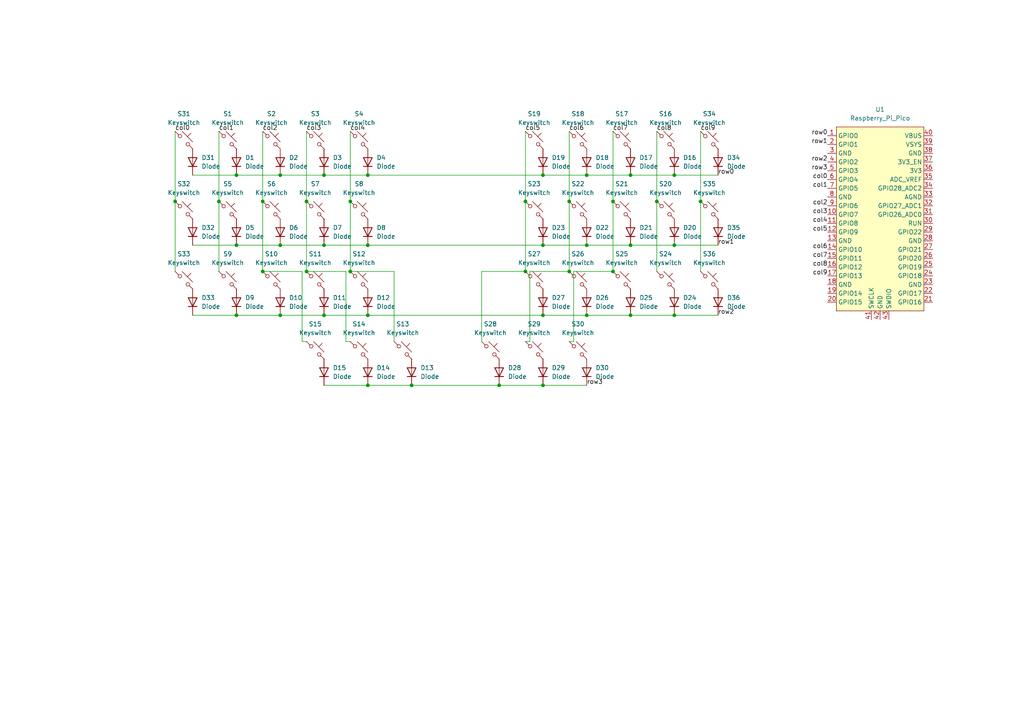
<source format=kicad_sch>
(kicad_sch (version 20231120) (generator "eeschema") (generator_version "8.0")
  (paper "A4")
  (lib_symbols
    (symbol "ScottoKeebs:MCU_Raspberry_Pi_Pico"
      (property "Reference" "U" (at 0 0 0))
      (property "Value" "Raspberry_Pi_Pico" (at 0 27.94 0))
      (symbol "MCU_Raspberry_Pi_Pico_0_1"
        (rectangle (start -12.7 26.67) (end 12.7 -26.67) (fill (type background)))
      )
      (symbol "MCU_Raspberry_Pi_Pico_1_1"
        (pin bidirectional line (at -15.24 24.13 0) (length 2.54) (name "GPIO0") (number "1"))
        (pin bidirectional line (at -15.24 1.27 0) (length 2.54) (name "GPIO7") (number "10"))
        (pin bidirectional line (at -15.24 -1.27 0) (length 2.54) (name "GPIO8") (number "11"))
        (pin bidirectional line (at -15.24 -3.81 0) (length 2.54) (name "GPIO9") (number "12"))
        (pin power_in line (at -15.24 -6.35 0) (length 2.54) (name "GND") (number "13"))
        (pin bidirectional line (at -15.24 -8.89 0) (length 2.54) (name "GPIO10") (number "14"))
        (pin bidirectional line (at -15.24 -11.43 0) (length 2.54) (name "GPIO11") (number "15"))
        (pin bidirectional line (at -15.24 -13.97 0) (length 2.54) (name "GPIO12") (number "16"))
        (pin bidirectional line (at -15.24 -16.51 0) (length 2.54) (name "GPIO13") (number "17"))
        (pin power_in line (at -15.24 -19.05 0) (length 2.54) (name "GND") (number "18"))
        (pin bidirectional line (at -15.24 -21.59 0) (length 2.54) (name "GPIO14") (number "19"))
        (pin bidirectional line (at -15.24 21.59 0) (length 2.54) (name "GPIO1") (number "2"))
        (pin bidirectional line (at -15.24 -24.13 0) (length 2.54) (name "GPIO15") (number "20"))
        (pin bidirectional line (at 15.24 -24.13 180) (length 2.54) (name "GPIO16") (number "21"))
        (pin bidirectional line (at 15.24 -21.59 180) (length 2.54) (name "GPIO17") (number "22"))
        (pin power_in line (at 15.24 -19.05 180) (length 2.54) (name "GND") (number "23"))
        (pin bidirectional line (at 15.24 -16.51 180) (length 2.54) (name "GPIO18") (number "24"))
        (pin bidirectional line (at 15.24 -13.97 180) (length 2.54) (name "GPIO19") (number "25"))
        (pin bidirectional line (at 15.24 -11.43 180) (length 2.54) (name "GPIO20") (number "26"))
        (pin bidirectional line (at 15.24 -8.89 180) (length 2.54) (name "GPIO21") (number "27"))
        (pin power_in line (at 15.24 -6.35 180) (length 2.54) (name "GND") (number "28"))
        (pin bidirectional line (at 15.24 -3.81 180) (length 2.54) (name "GPIO22") (number "29"))
        (pin power_in line (at -15.24 19.05 0) (length 2.54) (name "GND") (number "3"))
        (pin input line (at 15.24 -1.27 180) (length 2.54) (name "RUN") (number "30"))
        (pin bidirectional line (at 15.24 1.27 180) (length 2.54) (name "GPIO26_ADC0") (number "31"))
        (pin bidirectional line (at 15.24 3.81 180) (length 2.54) (name "GPIO27_ADC1") (number "32"))
        (pin power_in line (at 15.24 6.35 180) (length 2.54) (name "AGND") (number "33"))
        (pin bidirectional line (at 15.24 8.89 180) (length 2.54) (name "GPIO28_ADC2") (number "34"))
        (pin power_in line (at 15.24 11.43 180) (length 2.54) (name "ADC_VREF") (number "35"))
        (pin power_in line (at 15.24 13.97 180) (length 2.54) (name "3V3") (number "36"))
        (pin input line (at 15.24 16.51 180) (length 2.54) (name "3V3_EN") (number "37"))
        (pin bidirectional line (at 15.24 19.05 180) (length 2.54) (name "GND") (number "38"))
        (pin power_in line (at 15.24 21.59 180) (length 2.54) (name "VSYS") (number "39"))
        (pin bidirectional line (at -15.24 16.51 0) (length 2.54) (name "GPIO2") (number "4"))
        (pin power_in line (at 15.24 24.13 180) (length 2.54) (name "VBUS") (number "40"))
        (pin input line (at -2.54 -29.21 90) (length 2.54) (name "SWCLK") (number "41"))
        (pin power_in line (at 0 -29.21 90) (length 2.54) (name "GND") (number "42"))
        (pin bidirectional line (at 2.54 -29.21 90) (length 2.54) (name "SWDIO") (number "43"))
        (pin bidirectional line (at -15.24 13.97 0) (length 2.54) (name "GPIO3") (number "5"))
        (pin bidirectional line (at -15.24 11.43 0) (length 2.54) (name "GPIO4") (number "6"))
        (pin bidirectional line (at -15.24 8.89 0) (length 2.54) (name "GPIO5") (number "7"))
        (pin power_in line (at -15.24 6.35 0) (length 2.54) (name "GND") (number "8"))
        (pin bidirectional line (at -15.24 3.81 0) (length 2.54) (name "GPIO6") (number "9"))
      )
    )
    (symbol "ScottoKeebs:Placeholder_Diode" (pin_numbers hide) (pin_names hide)
      (property "Reference" "D" (at 0 2.54 0))
      (property "Value" "Diode" (at 0 -2.54 0))
      (symbol "Placeholder_Diode_0_1"
        (polyline (pts (xy -1.27 1.27) (xy -1.27 -1.27)) (stroke (width 0.254)))
        (polyline (pts (xy 1.27 0) (xy -1.27 0)))
        (polyline (pts (xy 1.27 1.27) (xy 1.27 -1.27) (xy -1.27 0) (xy 1.27 1.27)) (stroke (width 0.254)))
      )
      (symbol "Placeholder_Diode_1_1"
        (pin passive line (at -3.81 0 0) (length 2.54) (name "K") (number "1"))
        (pin passive line (at 3.81 0 180) (length 2.54) (name "A") (number "2"))
      )
    )
    (symbol "ScottoKeebs:Placeholder_Keyswitch" (pin_numbers hide) (pin_names (offset 1.016) hide)
      (property "Reference" "S" (at 3.048 1.016 0))
      (property "Value" "Keyswitch" (at 0 -3.81 0))
      (symbol "Placeholder_Keyswitch_0_1"
        (circle (center -1.1684 1.1684) (radius 0.508))
        (polyline (pts (xy -0.508 2.54) (xy 2.54 -0.508)))
        (polyline (pts (xy 1.016 1.016) (xy 2.032 2.032)))
        (polyline (pts (xy -2.54 2.54) (xy -1.524 1.524) (xy -1.524 1.524)))
        (polyline (pts (xy 1.524 -1.524) (xy 2.54 -2.54) (xy 2.54 -2.54) (xy 2.54 -2.54)))
        (circle (center 1.143 -1.1938) (radius 0.508))
        (pin passive line (at -2.54 2.54 0) (length 0) (name "1") (number "1"))
        (pin passive line (at 2.54 -2.54 180) (length 0) (name "2") (number "2"))
      )
    )
  )
  (junction (at 93.98 91.44))
  (junction (at 76.2 58.42))
  (junction (at 106.68 111.76))
  (junction (at 93.98 71.12))
  (junction (at 81.28 50.8))
  (junction (at 88.9 78.74))
  (junction (at 106.68 91.44))
  (junction (at 119.38 111.76))
  (junction (at 170.18 91.44))
  (junction (at 182.88 71.12))
  (junction (at 68.58 91.44))
  (junction (at 63.5 58.42))
  (junction (at 152.4 78.74))
  (junction (at 157.48 91.44))
  (junction (at 165.1 58.42))
  (junction (at 88.9 58.42))
  (junction (at 195.58 50.8))
  (junction (at 177.8 78.74))
  (junction (at 101.6 78.74))
  (junction (at 182.88 91.44))
  (junction (at 144.78 111.76))
  (junction (at 93.98 50.8))
  (junction (at 190.5 58.42))
  (junction (at 177.8 58.42))
  (junction (at 157.48 50.8))
  (junction (at 50.8 58.42))
  (junction (at 165.1 78.74))
  (junction (at 170.18 50.8))
  (junction (at 157.48 71.12))
  (junction (at 157.48 111.76))
  (junction (at 68.58 50.8))
  (junction (at 170.18 71.12))
  (junction (at 106.68 71.12))
  (junction (at 195.58 71.12))
  (junction (at 81.28 91.44))
  (junction (at 195.58 91.44))
  (junction (at 81.28 71.12))
  (junction (at 101.6 58.42))
  (junction (at 106.68 50.8))
  (junction (at 203.2 58.42))
  (junction (at 182.88 50.8))
  (junction (at 68.58 71.12))
  (junction (at 76.2 78.74))
  (junction (at 152.4 58.42))
  (wire (pts (xy 101.6 58.42) (xy 101.6 78.74)))
  (wire (pts (xy 55.88 71.12) (xy 68.58 71.12)))
  (wire (pts (xy 152.4 38.1) (xy 152.4 58.42)))
  (wire (pts (xy 165.1 99.06) (xy 166.37 99.06)))
  (wire (pts (xy 203.2 58.42) (xy 203.2 78.74)))
  (wire (pts (xy 182.88 50.8) (xy 195.58 50.8)))
  (wire (pts (xy 68.58 71.12) (xy 81.28 71.12)))
  (wire (pts (xy 190.5 58.42) (xy 190.5 78.74)))
  (wire (pts (xy 177.8 38.1) (xy 177.8 58.42)))
  (wire (pts (xy 182.88 91.44) (xy 195.58 91.44)))
  (wire (pts (xy 195.58 91.44) (xy 208.28 91.44)))
  (wire (pts (xy 93.98 50.8) (xy 106.68 50.8)))
  (wire (pts (xy 195.58 71.12) (xy 208.28 71.12)))
  (wire (pts (xy 76.2 38.1) (xy 76.2 58.42)))
  (wire (pts (xy 88.9 58.42) (xy 88.9 78.74)))
  (wire (pts (xy 119.38 111.76) (xy 144.78 111.76)))
  (wire (pts (xy 139.7 78.74) (xy 139.7 99.06)))
  (wire (pts (xy 153.67 78.74) (xy 153.67 99.06)))
  (wire (pts (xy 93.98 91.44) (xy 106.68 91.44)))
  (wire (pts (xy 157.48 50.8) (xy 170.18 50.8)))
  (wire (pts (xy 152.4 58.42) (xy 152.4 78.74)))
  (wire (pts (xy 81.28 50.8) (xy 93.98 50.8)))
  (wire (pts (xy 81.28 71.12) (xy 93.98 71.12)))
  (wire (pts (xy 106.68 111.76) (xy 119.38 111.76)))
  (wire (pts (xy 165.1 38.1) (xy 165.1 58.42)))
  (wire (pts (xy 50.8 58.42) (xy 50.8 78.74)))
  (wire (pts (xy 165.1 58.42) (xy 165.1 78.74)))
  (wire (pts (xy 170.18 91.44) (xy 182.88 91.44)))
  (wire (pts (xy 100.33 78.74) (xy 100.33 99.06)))
  (wire (pts (xy 195.58 50.8) (xy 208.28 50.8)))
  (wire (pts (xy 55.88 50.8) (xy 68.58 50.8)))
  (wire (pts (xy 88.9 78.74) (xy 100.33 78.74)))
  (wire (pts (xy 81.28 91.44) (xy 93.98 91.44)))
  (wire (pts (xy 106.68 50.8) (xy 157.48 50.8)))
  (wire (pts (xy 177.8 78.74) (xy 166.37 78.74)))
  (wire (pts (xy 203.2 38.1) (xy 203.2 58.42)))
  (wire (pts (xy 106.68 71.12) (xy 157.48 71.12)))
  (wire (pts (xy 93.98 111.76) (xy 106.68 111.76)))
  (wire (pts (xy 87.63 78.74) (xy 87.63 99.06)))
  (wire (pts (xy 55.88 91.44) (xy 68.58 91.44)))
  (wire (pts (xy 170.18 50.8) (xy 182.88 50.8)))
  (wire (pts (xy 166.37 78.74) (xy 166.37 99.06)))
  (wire (pts (xy 50.8 38.1) (xy 50.8 58.42)))
  (wire (pts (xy 144.78 111.76) (xy 157.48 111.76)))
  (wire (pts (xy 63.5 38.1) (xy 63.5 58.42)))
  (wire (pts (xy 182.88 71.12) (xy 195.58 71.12)))
  (wire (pts (xy 101.6 78.74) (xy 114.3 78.74)))
  (wire (pts (xy 114.3 78.74) (xy 114.3 99.06)))
  (wire (pts (xy 100.33 99.06) (xy 101.6 99.06)))
  (wire (pts (xy 106.68 91.44) (xy 157.48 91.44)))
  (wire (pts (xy 153.67 99.06) (xy 152.4 99.06)))
  (wire (pts (xy 170.18 71.12) (xy 182.88 71.12)))
  (wire (pts (xy 157.48 71.12) (xy 170.18 71.12)))
  (wire (pts (xy 152.4 78.74) (xy 139.7 78.74)))
  (wire (pts (xy 190.5 38.1) (xy 190.5 58.42)))
  (wire (pts (xy 76.2 58.42) (xy 76.2 78.74)))
  (wire (pts (xy 87.63 99.06) (xy 88.9 99.06)))
  (wire (pts (xy 68.58 91.44) (xy 81.28 91.44)))
  (wire (pts (xy 93.98 71.12) (xy 106.68 71.12)))
  (wire (pts (xy 76.2 78.74) (xy 87.63 78.74)))
  (wire (pts (xy 88.9 38.1) (xy 88.9 58.42)))
  (wire (pts (xy 177.8 58.42) (xy 177.8 78.74)))
  (wire (pts (xy 157.48 111.76) (xy 170.18 111.76)))
  (wire (pts (xy 63.5 58.42) (xy 63.5 78.74)))
  (wire (pts (xy 165.1 78.74) (xy 153.67 78.74)))
  (wire (pts (xy 101.6 38.1) (xy 101.6 58.42)))
  (wire (pts (xy 68.58 50.8) (xy 81.28 50.8)))
  (wire (pts (xy 157.48 91.44) (xy 170.18 91.44)))
  (label "col5" (at 152.4 38.1 0))
  (label "col7" (at 177.8 38.1 0))
  (label "col0" (at 240.03 52.07 180))
  (label "col5" (at 240.03 67.31 180))
  (label "col3" (at 88.9 38.1 0))
  (label "col8" (at 240.03 77.47 180))
  (label "row0" (at 208.28 50.8 0))
  (label "col0" (at 50.8 38.1 0))
  (label "row2" (at 208.28 91.44 0))
  (label "row1" (at 240.03 41.91 180))
  (label "col9" (at 240.03 80.01 180))
  (label "row2" (at 240.03 46.99 180))
  (label "col7" (at 240.03 74.93 180))
  (label "row1" (at 208.28 71.12 0))
  (label "row3" (at 240.03 49.53 180))
  (label "col1" (at 240.03 54.61 180))
  (label "col3" (at 240.03 62.23 180))
  (label "col6" (at 165.1 38.1 0))
  (label "col4" (at 101.6 38.1 0))
  (label "col6" (at 240.03 72.39 180))
  (label "row0" (at 240.03 39.37 180))
  (label "col1" (at 63.5 38.1 0))
  (label "col8" (at 190.5 38.1 0))
  (label "col4" (at 240.03 64.77 180))
  (label "row3" (at 170.18 111.76 0))
  (label "col2" (at 76.2 38.1 0))
  (label "col2" (at 240.03 59.69 180))
  (label "col9" (at 203.2 38.1 0))
  (symbol (lib_id "ScottoKeebs:Placeholder_Keyswitch") (at 142.24 101.6 0) (unit 1)
    (property "Reference" "S28" (at 142.24 93.98 0))
    (property "Value" "Keyswitch" (at 142.24 96.52 0))
    (property "Footprint" "ScottoKeebs_MX:MX_PCB_1.00u" (effects (hide yes)))
    (property "Description" "Push button switch, normally open, two pins, 45° tilted" (effects (hide yes)))
  )
  (symbol (lib_id "ScottoKeebs:Placeholder_Keyswitch") (at 104.14 40.64 0) (unit 1)
    (property "Reference" "S4" (at 104.14 33.02 0))
    (property "Value" "Keyswitch" (at 104.14 35.56 0))
    (property "Footprint" "ScottoKeebs_MX:MX_PCB_1.00u" (effects (hide yes)))
    (property "Description" "Push button switch, normally open, two pins, 45° tilted" (effects (hide yes)))
  )
  (symbol (lib_id "ScottoKeebs:Placeholder_Keyswitch") (at 91.44 40.64 0) (unit 1)
    (property "Reference" "S3" (at 91.44 33.02 0))
    (property "Value" "Keyswitch" (at 91.44 35.56 0))
    (property "Footprint" "ScottoKeebs_MX:MX_PCB_1.00u" (effects (hide yes)))
    (property "Description" "Push button switch, normally open, two pins, 45° tilted" (effects (hide yes)))
  )
  (symbol (lib_id "ScottoKeebs:Placeholder_Keyswitch") (at 91.44 81.28 0) (unit 1)
    (property "Reference" "S11" (at 91.44 73.66 0))
    (property "Value" "Keyswitch" (at 91.44 76.2 0))
    (property "Footprint" "ScottoKeebs_MX:MX_PCB_1.00u" (effects (hide yes)))
    (property "Description" "Push button switch, normally open, two pins, 45° tilted" (effects (hide yes)))
  )
  (symbol (lib_id "ScottoKeebs:Placeholder_Keyswitch") (at 167.64 101.6 0) (unit 1)
    (property "Reference" "S30" (at 167.64 93.98 0))
    (property "Value" "Keyswitch" (at 167.64 96.52 0))
    (property "Footprint" "ScottoKeebs_MX:MX_PCB_1.00u" (effects (hide yes)))
    (property "Description" "Push button switch, normally open, two pins, 45° tilted" (effects (hide yes)))
  )
  (symbol (lib_id "ScottoKeebs:Placeholder_Diode") (at 106.68 107.95 90) (unit 1)
    (property "Reference" "D14" (at 109.22 106.6799 90) (effects (justify right)))
    (property "Value" "Diode" (at 109.22 109.2199 90) (effects (justify right)))
    (property "Footprint" "ScottoKeebs_Components:Diode_DO-35" (effects (hide yes)))
    (property "Description" "1N4148 (DO-35) or 1N4148W (SOD-123)" (effects (hide yes)))
    (property "Sim.Device" "D" (effects (hide yes)))
    (property "Sim.Pins" "1=K 2=A" (effects (hide yes)))
  )
  (symbol (lib_id "ScottoKeebs:Placeholder_Diode") (at 106.68 46.99 90) (unit 1)
    (property "Reference" "D4" (at 109.22 45.7199 90) (effects (justify right)))
    (property "Value" "Diode" (at 109.22 48.2599 90) (effects (justify right)))
    (property "Footprint" "ScottoKeebs_Components:Diode_DO-35" (effects (hide yes)))
    (property "Description" "1N4148 (DO-35) or 1N4148W (SOD-123)" (effects (hide yes)))
    (property "Sim.Device" "D" (effects (hide yes)))
    (property "Sim.Pins" "1=K 2=A" (effects (hide yes)))
  )
  (symbol (lib_id "ScottoKeebs:Placeholder_Diode") (at 68.58 87.63 90) (unit 1)
    (property "Reference" "D9" (at 71.12 86.3599 90) (effects (justify right)))
    (property "Value" "Diode" (at 71.12 88.8999 90) (effects (justify right)))
    (property "Footprint" "ScottoKeebs_Components:Diode_DO-35" (effects (hide yes)))
    (property "Description" "1N4148 (DO-35) or 1N4148W (SOD-123)" (effects (hide yes)))
    (property "Sim.Device" "D" (effects (hide yes)))
    (property "Sim.Pins" "1=K 2=A" (effects (hide yes)))
  )
  (symbol (lib_id "ScottoKeebs:Placeholder_Keyswitch") (at 91.44 60.96 0) (unit 1)
    (property "Reference" "S7" (at 91.44 53.34 0))
    (property "Value" "Keyswitch" (at 91.44 55.88 0))
    (property "Footprint" "ScottoKeebs_MX:MX_PCB_1.00u" (effects (hide yes)))
    (property "Description" "Push button switch, normally open, two pins, 45° tilted" (effects (hide yes)))
  )
  (symbol (lib_id "ScottoKeebs:Placeholder_Diode") (at 157.48 87.63 90) (unit 1)
    (property "Reference" "D27" (at 160.02 86.3599 90) (effects (justify right)))
    (property "Value" "Diode" (at 160.02 88.8999 90) (effects (justify right)))
    (property "Footprint" "ScottoKeebs_Components:Diode_DO-35" (effects (hide yes)))
    (property "Description" "1N4148 (DO-35) or 1N4148W (SOD-123)" (effects (hide yes)))
    (property "Sim.Device" "D" (effects (hide yes)))
    (property "Sim.Pins" "1=K 2=A" (effects (hide yes)))
  )
  (symbol (lib_id "ScottoKeebs:Placeholder_Keyswitch") (at 193.04 60.96 0) (unit 1)
    (property "Reference" "S20" (at 193.04 53.34 0))
    (property "Value" "Keyswitch" (at 193.04 55.88 0))
    (property "Footprint" "ScottoKeebs_MX:MX_PCB_1.00u" (effects (hide yes)))
    (property "Description" "Push button switch, normally open, two pins, 45° tilted" (effects (hide yes)))
  )
  (symbol (lib_id "ScottoKeebs:Placeholder_Keyswitch") (at 180.34 60.96 0) (unit 1)
    (property "Reference" "S21" (at 180.34 53.34 0))
    (property "Value" "Keyswitch" (at 180.34 55.88 0))
    (property "Footprint" "ScottoKeebs_MX:MX_PCB_1.00u" (effects (hide yes)))
    (property "Description" "Push button switch, normally open, two pins, 45° tilted" (effects (hide yes)))
  )
  (symbol (lib_id "ScottoKeebs:Placeholder_Diode") (at 68.58 46.99 90) (unit 1)
    (property "Reference" "D1" (at 71.12 45.7199 90) (effects (justify right)))
    (property "Value" "Diode" (at 71.12 48.2599 90) (effects (justify right)))
    (property "Footprint" "ScottoKeebs_Components:Diode_DO-35" (effects (hide yes)))
    (property "Description" "1N4148 (DO-35) or 1N4148W (SOD-123)" (effects (hide yes)))
    (property "Sim.Device" "D" (effects (hide yes)))
    (property "Sim.Pins" "1=K 2=A" (effects (hide yes)))
  )
  (symbol (lib_id "ScottoKeebs:Placeholder_Diode") (at 182.88 87.63 90) (unit 1)
    (property "Reference" "D25" (at 185.42 86.3599 90) (effects (justify right)))
    (property "Value" "Diode" (at 185.42 88.8999 90) (effects (justify right)))
    (property "Footprint" "ScottoKeebs_Components:Diode_DO-35" (effects (hide yes)))
    (property "Description" "1N4148 (DO-35) or 1N4148W (SOD-123)" (effects (hide yes)))
    (property "Sim.Device" "D" (effects (hide yes)))
    (property "Sim.Pins" "1=K 2=A" (effects (hide yes)))
  )
  (symbol (lib_id "ScottoKeebs:Placeholder_Diode") (at 170.18 87.63 90) (unit 1)
    (property "Reference" "D26" (at 172.72 86.3599 90) (effects (justify right)))
    (property "Value" "Diode" (at 172.72 88.8999 90) (effects (justify right)))
    (property "Footprint" "ScottoKeebs_Components:Diode_DO-35" (effects (hide yes)))
    (property "Description" "1N4148 (DO-35) or 1N4148W (SOD-123)" (effects (hide yes)))
    (property "Sim.Device" "D" (effects (hide yes)))
    (property "Sim.Pins" "1=K 2=A" (effects (hide yes)))
  )
  (symbol (lib_id "ScottoKeebs:Placeholder_Keyswitch") (at 180.34 81.28 0) (unit 1)
    (property "Reference" "S25" (at 180.34 73.66 0))
    (property "Value" "Keyswitch" (at 180.34 76.2 0))
    (property "Footprint" "ScottoKeebs_MX:MX_PCB_1.00u" (effects (hide yes)))
    (property "Description" "Push button switch, normally open, two pins, 45° tilted" (effects (hide yes)))
  )
  (symbol (lib_id "ScottoKeebs:Placeholder_Diode") (at 68.58 67.31 90) (unit 1)
    (property "Reference" "D5" (at 71.12 66.0399 90) (effects (justify right)))
    (property "Value" "Diode" (at 71.12 68.5799 90) (effects (justify right)))
    (property "Footprint" "ScottoKeebs_Components:Diode_DO-35" (effects (hide yes)))
    (property "Description" "1N4148 (DO-35) or 1N4148W (SOD-123)" (effects (hide yes)))
    (property "Sim.Device" "D" (effects (hide yes)))
    (property "Sim.Pins" "1=K 2=A" (effects (hide yes)))
  )
  (symbol (lib_id "ScottoKeebs:Placeholder_Keyswitch") (at 53.34 81.28 0) (unit 1)
    (property "Reference" "S33" (at 53.34 73.66 0))
    (property "Value" "Keyswitch" (at 53.34 76.2 0))
    (property "Footprint" "ScottoKeebs_MX:MX_PCB_1.00u" (effects (hide yes)))
    (property "Description" "Push button switch, normally open, two pins, 45° tilted" (effects (hide yes)))
  )
  (symbol (lib_id "ScottoKeebs:Placeholder_Keyswitch") (at 66.04 40.64 0) (unit 1)
    (property "Reference" "S1" (at 66.04 33.02 0))
    (property "Value" "Keyswitch" (at 66.04 35.56 0))
    (property "Footprint" "ScottoKeebs_MX:MX_PCB_1.00u" (effects (hide yes)))
    (property "Description" "Push button switch, normally open, two pins, 45° tilted" (effects (hide yes)))
  )
  (symbol (lib_id "ScottoKeebs:Placeholder_Diode") (at 208.28 67.31 90) (unit 1)
    (property "Reference" "D35" (at 210.82 66.0399 90) (effects (justify right)))
    (property "Value" "Diode" (at 210.82 68.5799 90) (effects (justify right)))
    (property "Footprint" "ScottoKeebs_Components:Diode_DO-35" (effects (hide yes)))
    (property "Description" "1N4148 (DO-35) or 1N4148W (SOD-123)" (effects (hide yes)))
    (property "Sim.Device" "D" (effects (hide yes)))
    (property "Sim.Pins" "1=K 2=A" (effects (hide yes)))
  )
  (symbol (lib_id "ScottoKeebs:Placeholder_Keyswitch") (at 193.04 40.64 0) (unit 1)
    (property "Reference" "S16" (at 193.04 33.02 0))
    (property "Value" "Keyswitch" (at 193.04 35.56 0))
    (property "Footprint" "ScottoKeebs_MX:MX_PCB_1.00u" (effects (hide yes)))
    (property "Description" "Push button switch, normally open, two pins, 45° tilted" (effects (hide yes)))
  )
  (symbol (lib_id "ScottoKeebs:Placeholder_Keyswitch") (at 78.74 81.28 0) (unit 1)
    (property "Reference" "S10" (at 78.74 73.66 0))
    (property "Value" "Keyswitch" (at 78.74 76.2 0))
    (property "Footprint" "ScottoKeebs_MX:MX_PCB_1.00u" (effects (hide yes)))
    (property "Description" "Push button switch, normally open, two pins, 45° tilted" (effects (hide yes)))
  )
  (symbol (lib_id "ScottoKeebs:Placeholder_Keyswitch") (at 104.14 81.28 0) (unit 1)
    (property "Reference" "S12" (at 104.14 73.66 0))
    (property "Value" "Keyswitch" (at 104.14 76.2 0))
    (property "Footprint" "ScottoKeebs_MX:MX_PCB_1.00u" (effects (hide yes)))
    (property "Description" "Push button switch, normally open, two pins, 45° tilted" (effects (hide yes)))
  )
  (symbol (lib_id "ScottoKeebs:Placeholder_Keyswitch") (at 154.94 101.6 0) (unit 1)
    (property "Reference" "S29" (at 154.94 93.98 0))
    (property "Value" "Keyswitch" (at 154.94 96.52 0))
    (property "Footprint" "ScottoKeebs_MX:MX_PCB_1.00u" (effects (hide yes)))
    (property "Description" "Push button switch, normally open, two pins, 45° tilted" (effects (hide yes)))
  )
  (symbol (lib_id "ScottoKeebs:Placeholder_Diode") (at 106.68 67.31 90) (unit 1)
    (property "Reference" "D8" (at 109.22 66.0399 90) (effects (justify right)))
    (property "Value" "Diode" (at 109.22 68.5799 90) (effects (justify right)))
    (property "Footprint" "ScottoKeebs_Components:Diode_DO-35" (effects (hide yes)))
    (property "Description" "1N4148 (DO-35) or 1N4148W (SOD-123)" (effects (hide yes)))
    (property "Sim.Device" "D" (effects (hide yes)))
    (property "Sim.Pins" "1=K 2=A" (effects (hide yes)))
  )
  (symbol (lib_id "ScottoKeebs:Placeholder_Diode") (at 170.18 46.99 90) (unit 1)
    (property "Reference" "D18" (at 172.72 45.7199 90) (effects (justify right)))
    (property "Value" "Diode" (at 172.72 48.2599 90) (effects (justify right)))
    (property "Footprint" "ScottoKeebs_Components:Diode_DO-35" (effects (hide yes)))
    (property "Description" "1N4148 (DO-35) or 1N4148W (SOD-123)" (effects (hide yes)))
    (property "Sim.Device" "D" (effects (hide yes)))
    (property "Sim.Pins" "1=K 2=A" (effects (hide yes)))
  )
  (symbol (lib_id "ScottoKeebs:Placeholder_Diode") (at 106.68 87.63 90) (unit 1)
    (property "Reference" "D12" (at 109.22 86.3599 90) (effects (justify right)))
    (property "Value" "Diode" (at 109.22 88.8999 90) (effects (justify right)))
    (property "Footprint" "ScottoKeebs_Components:Diode_DO-35" (effects (hide yes)))
    (property "Description" "1N4148 (DO-35) or 1N4148W (SOD-123)" (effects (hide yes)))
    (property "Sim.Device" "D" (effects (hide yes)))
    (property "Sim.Pins" "1=K 2=A" (effects (hide yes)))
  )
  (symbol (lib_id "ScottoKeebs:Placeholder_Diode") (at 81.28 46.99 90) (unit 1)
    (property "Reference" "D2" (at 83.82 45.7199 90) (effects (justify right)))
    (property "Value" "Diode" (at 83.82 48.2599 90) (effects (justify right)))
    (property "Footprint" "ScottoKeebs_Components:Diode_DO-35" (effects (hide yes)))
    (property "Description" "1N4148 (DO-35) or 1N4148W (SOD-123)" (effects (hide yes)))
    (property "Sim.Device" "D" (effects (hide yes)))
    (property "Sim.Pins" "1=K 2=A" (effects (hide yes)))
  )
  (symbol (lib_id "ScottoKeebs:Placeholder_Keyswitch") (at 78.74 60.96 0) (unit 1)
    (property "Reference" "S6" (at 78.74 53.34 0))
    (property "Value" "Keyswitch" (at 78.74 55.88 0))
    (property "Footprint" "ScottoKeebs_MX:MX_PCB_1.00u" (effects (hide yes)))
    (property "Description" "Push button switch, normally open, two pins, 45° tilted" (effects (hide yes)))
  )
  (symbol (lib_id "ScottoKeebs:Placeholder_Diode") (at 170.18 67.31 90) (unit 1)
    (property "Reference" "D22" (at 172.72 66.0399 90) (effects (justify right)))
    (property "Value" "Diode" (at 172.72 68.5799 90) (effects (justify right)))
    (property "Footprint" "ScottoKeebs_Components:Diode_DO-35" (effects (hide yes)))
    (property "Description" "1N4148 (DO-35) or 1N4148W (SOD-123)" (effects (hide yes)))
    (property "Sim.Device" "D" (effects (hide yes)))
    (property "Sim.Pins" "1=K 2=A" (effects (hide yes)))
  )
  (symbol (lib_id "ScottoKeebs:Placeholder_Diode") (at 93.98 67.31 90) (unit 1)
    (property "Reference" "D7" (at 96.52 66.0399 90) (effects (justify right)))
    (property "Value" "Diode" (at 96.52 68.5799 90) (effects (justify right)))
    (property "Footprint" "ScottoKeebs_Components:Diode_DO-35" (effects (hide yes)))
    (property "Description" "1N4148 (DO-35) or 1N4148W (SOD-123)" (effects (hide yes)))
    (property "Sim.Device" "D" (effects (hide yes)))
    (property "Sim.Pins" "1=K 2=A" (effects (hide yes)))
  )
  (symbol (lib_id "ScottoKeebs:Placeholder_Keyswitch") (at 154.94 60.96 0) (unit 1)
    (property "Reference" "S23" (at 154.94 53.34 0))
    (property "Value" "Keyswitch" (at 154.94 55.88 0))
    (property "Footprint" "ScottoKeebs_MX:MX_PCB_1.00u" (effects (hide yes)))
    (property "Description" "Push button switch, normally open, two pins, 45° tilted" (effects (hide yes)))
  )
  (symbol (lib_id "ScottoKeebs:Placeholder_Diode") (at 93.98 87.63 90) (unit 1)
    (property "Reference" "D11" (at 96.52 86.3599 90) (effects (justify right)))
    (property "Value" "Diode" (at 96.52 88.8999 90) (effects (justify right)))
    (property "Footprint" "ScottoKeebs_Components:Diode_DO-35" (effects (hide yes)))
    (property "Description" "1N4148 (DO-35) or 1N4148W (SOD-123)" (effects (hide yes)))
    (property "Sim.Device" "D" (effects (hide yes)))
    (property "Sim.Pins" "1=K 2=A" (effects (hide yes)))
  )
  (symbol (lib_id "ScottoKeebs:Placeholder_Diode") (at 208.28 87.63 90) (unit 1)
    (property "Reference" "D36" (at 210.82 86.3599 90) (effects (justify right)))
    (property "Value" "Diode" (at 210.82 88.8999 90) (effects (justify right)))
    (property "Footprint" "ScottoKeebs_Components:Diode_DO-35" (effects (hide yes)))
    (property "Description" "1N4148 (DO-35) or 1N4148W (SOD-123)" (effects (hide yes)))
    (property "Sim.Device" "D" (effects (hide yes)))
    (property "Sim.Pins" "1=K 2=A" (effects (hide yes)))
  )
  (symbol (lib_id "ScottoKeebs:Placeholder_Keyswitch") (at 167.64 81.28 0) (unit 1)
    (property "Reference" "S26" (at 167.64 73.66 0))
    (property "Value" "Keyswitch" (at 167.64 76.2 0))
    (property "Footprint" "ScottoKeebs_MX:MX_PCB_1.00u" (effects (hide yes)))
    (property "Description" "Push button switch, normally open, two pins, 45° tilted" (effects (hide yes)))
  )
  (symbol (lib_id "ScottoKeebs:Placeholder_Keyswitch") (at 116.84 101.6 0) (unit 1)
    (property "Reference" "S13" (at 116.84 93.98 0))
    (property "Value" "Keyswitch" (at 116.84 96.52 0))
    (property "Footprint" "ScottoKeebs_MX:MX_PCB_1.00u" (effects (hide yes)))
    (property "Description" "Push button switch, normally open, two pins, 45° tilted" (effects (hide yes)))
  )
  (symbol (lib_id "ScottoKeebs:Placeholder_Keyswitch") (at 53.34 40.64 0) (unit 1)
    (property "Reference" "S31" (at 53.34 33.02 0))
    (property "Value" "Keyswitch" (at 53.34 35.56 0))
    (property "Footprint" "ScottoKeebs_MX:MX_PCB_1.00u" (effects (hide yes)))
    (property "Description" "Push button switch, normally open, two pins, 45° tilted" (effects (hide yes)))
  )
  (symbol (lib_id "ScottoKeebs:Placeholder_Keyswitch") (at 78.74 40.64 0) (unit 1)
    (property "Reference" "S2" (at 78.74 33.02 0))
    (property "Value" "Keyswitch" (at 78.74 35.56 0))
    (property "Footprint" "ScottoKeebs_MX:MX_PCB_1.00u" (effects (hide yes)))
    (property "Description" "Push button switch, normally open, two pins, 45° tilted" (effects (hide yes)))
  )
  (symbol (lib_id "ScottoKeebs:Placeholder_Keyswitch") (at 205.74 60.96 0) (unit 1)
    (property "Reference" "S35" (at 205.74 53.34 0))
    (property "Value" "Keyswitch" (at 205.74 55.88 0))
    (property "Footprint" "ScottoKeebs_MX:MX_PCB_1.00u" (effects (hide yes)))
    (property "Description" "Push button switch, normally open, two pins, 45° tilted" (effects (hide yes)))
  )
  (symbol (lib_id "ScottoKeebs:Placeholder_Diode") (at 195.58 67.31 90) (unit 1)
    (property "Reference" "D20" (at 198.12 66.0399 90) (effects (justify right)))
    (property "Value" "Diode" (at 198.12 68.5799 90) (effects (justify right)))
    (property "Footprint" "ScottoKeebs_Components:Diode_DO-35" (effects (hide yes)))
    (property "Description" "1N4148 (DO-35) or 1N4148W (SOD-123)" (effects (hide yes)))
    (property "Sim.Device" "D" (effects (hide yes)))
    (property "Sim.Pins" "1=K 2=A" (effects (hide yes)))
  )
  (symbol (lib_id "ScottoKeebs:Placeholder_Diode") (at 195.58 46.99 90) (unit 1)
    (property "Reference" "D16" (at 198.12 45.7199 90) (effects (justify right)))
    (property "Value" "Diode" (at 198.12 48.2599 90) (effects (justify right)))
    (property "Footprint" "ScottoKeebs_Components:Diode_DO-35" (effects (hide yes)))
    (property "Description" "1N4148 (DO-35) or 1N4148W (SOD-123)" (effects (hide yes)))
    (property "Sim.Device" "D" (effects (hide yes)))
    (property "Sim.Pins" "1=K 2=A" (effects (hide yes)))
  )
  (symbol (lib_id "ScottoKeebs:Placeholder_Diode") (at 119.38 107.95 90) (unit 1)
    (property "Reference" "D13" (at 121.92 106.6799 90) (effects (justify right)))
    (property "Value" "Diode" (at 121.92 109.2199 90) (effects (justify right)))
    (property "Footprint" "ScottoKeebs_Components:Diode_DO-35" (effects (hide yes)))
    (property "Description" "1N4148 (DO-35) or 1N4148W (SOD-123)" (effects (hide yes)))
    (property "Sim.Device" "D" (effects (hide yes)))
    (property "Sim.Pins" "1=K 2=A" (effects (hide yes)))
  )
  (symbol (lib_id "ScottoKeebs:MCU_Raspberry_Pi_Pico") (at 255.27 63.5 0) (unit 1)
    (property "Reference" "U1" (at 255.27 31.75 0))
    (property "Value" "Raspberry_Pi_Pico" (at 255.27 34.29 0))
    (property "Footprint" "ScottoKeebs_MCU:Raspberry_Pi_Pico" (effects (hide yes)))
  )
  (symbol (lib_id "ScottoKeebs:Placeholder_Keyswitch") (at 154.94 40.64 0) (unit 1)
    (property "Reference" "S19" (at 154.94 33.02 0))
    (property "Value" "Keyswitch" (at 154.94 35.56 0))
    (property "Footprint" "ScottoKeebs_MX:MX_PCB_1.00u" (effects (hide yes)))
    (property "Description" "Push button switch, normally open, two pins, 45° tilted" (effects (hide yes)))
  )
  (symbol (lib_id "ScottoKeebs:Placeholder_Diode") (at 55.88 46.99 90) (unit 1)
    (property "Reference" "D31" (at 58.42 45.7199 90) (effects (justify right)))
    (property "Value" "Diode" (at 58.42 48.2599 90) (effects (justify right)))
    (property "Footprint" "ScottoKeebs_Components:Diode_DO-35" (effects (hide yes)))
    (property "Description" "1N4148 (DO-35) or 1N4148W (SOD-123)" (effects (hide yes)))
    (property "Sim.Device" "D" (effects (hide yes)))
    (property "Sim.Pins" "1=K 2=A" (effects (hide yes)))
  )
  (symbol (lib_id "ScottoKeebs:Placeholder_Keyswitch") (at 205.74 81.28 0) (unit 1)
    (property "Reference" "S36" (at 205.74 73.66 0))
    (property "Value" "Keyswitch" (at 205.74 76.2 0))
    (property "Footprint" "ScottoKeebs_MX:MX_PCB_1.00u" (effects (hide yes)))
    (property "Description" "Push button switch, normally open, two pins, 45° tilted" (effects (hide yes)))
  )
  (symbol (lib_id "ScottoKeebs:Placeholder_Keyswitch") (at 154.94 81.28 0) (unit 1)
    (property "Reference" "S27" (at 154.94 73.66 0))
    (property "Value" "Keyswitch" (at 154.94 76.2 0))
    (property "Footprint" "ScottoKeebs_MX:MX_PCB_1.00u" (effects (hide yes)))
    (property "Description" "Push button switch, normally open, two pins, 45° tilted" (effects (hide yes)))
  )
  (symbol (lib_id "ScottoKeebs:Placeholder_Diode") (at 93.98 46.99 90) (unit 1)
    (property "Reference" "D3" (at 96.52 45.7199 90) (effects (justify right)))
    (property "Value" "Diode" (at 96.52 48.2599 90) (effects (justify right)))
    (property "Footprint" "ScottoKeebs_Components:Diode_DO-35" (effects (hide yes)))
    (property "Description" "1N4148 (DO-35) or 1N4148W (SOD-123)" (effects (hide yes)))
    (property "Sim.Device" "D" (effects (hide yes)))
    (property "Sim.Pins" "1=K 2=A" (effects (hide yes)))
  )
  (symbol (lib_id "ScottoKeebs:Placeholder_Keyswitch") (at 104.14 60.96 0) (unit 1)
    (property "Reference" "S8" (at 104.14 53.34 0))
    (property "Value" "Keyswitch" (at 104.14 55.88 0))
    (property "Footprint" "ScottoKeebs_MX:MX_PCB_1.00u" (effects (hide yes)))
    (property "Description" "Push button switch, normally open, two pins, 45° tilted" (effects (hide yes)))
  )
  (symbol (lib_id "ScottoKeebs:Placeholder_Diode") (at 144.78 107.95 90) (unit 1)
    (property "Reference" "D28" (at 147.32 106.6799 90) (effects (justify right)))
    (property "Value" "Diode" (at 147.32 109.2199 90) (effects (justify right)))
    (property "Footprint" "ScottoKeebs_Components:Diode_DO-35" (effects (hide yes)))
    (property "Description" "1N4148 (DO-35) or 1N4148W (SOD-123)" (effects (hide yes)))
    (property "Sim.Device" "D" (effects (hide yes)))
    (property "Sim.Pins" "1=K 2=A" (effects (hide yes)))
  )
  (symbol (lib_id "ScottoKeebs:Placeholder_Diode") (at 157.48 46.99 90) (unit 1)
    (property "Reference" "D19" (at 160.02 45.7199 90) (effects (justify right)))
    (property "Value" "Diode" (at 160.02 48.2599 90) (effects (justify right)))
    (property "Footprint" "ScottoKeebs_Components:Diode_DO-35" (effects (hide yes)))
    (property "Description" "1N4148 (DO-35) or 1N4148W (SOD-123)" (effects (hide yes)))
    (property "Sim.Device" "D" (effects (hide yes)))
    (property "Sim.Pins" "1=K 2=A" (effects (hide yes)))
  )
  (symbol (lib_id "ScottoKeebs:Placeholder_Diode") (at 55.88 87.63 90) (unit 1)
    (property "Reference" "D33" (at 58.42 86.3599 90) (effects (justify right)))
    (property "Value" "Diode" (at 58.42 88.8999 90) (effects (justify right)))
    (property "Footprint" "ScottoKeebs_Components:Diode_DO-35" (effects (hide yes)))
    (property "Description" "1N4148 (DO-35) or 1N4148W (SOD-123)" (effects (hide yes)))
    (property "Sim.Device" "D" (effects (hide yes)))
    (property "Sim.Pins" "1=K 2=A" (effects (hide yes)))
  )
  (symbol (lib_id "ScottoKeebs:Placeholder_Diode") (at 208.28 46.99 90) (unit 1)
    (property "Reference" "D34" (at 210.82 45.7199 90) (effects (justify right)))
    (property "Value" "Diode" (at 210.82 48.2599 90) (effects (justify right)))
    (property "Footprint" "ScottoKeebs_Components:Diode_DO-35" (effects (hide yes)))
    (property "Description" "1N4148 (DO-35) or 1N4148W (SOD-123)" (effects (hide yes)))
    (property "Sim.Device" "D" (effects (hide yes)))
    (property "Sim.Pins" "1=K 2=A" (effects (hide yes)))
  )
  (symbol (lib_id "ScottoKeebs:Placeholder_Diode") (at 182.88 67.31 90) (unit 1)
    (property "Reference" "D21" (at 185.42 66.0399 90) (effects (justify right)))
    (property "Value" "Diode" (at 185.42 68.5799 90) (effects (justify right)))
    (property "Footprint" "ScottoKeebs_Components:Diode_DO-35" (effects (hide yes)))
    (property "Description" "1N4148 (DO-35) or 1N4148W (SOD-123)" (effects (hide yes)))
    (property "Sim.Device" "D" (effects (hide yes)))
    (property "Sim.Pins" "1=K 2=A" (effects (hide yes)))
  )
  (symbol (lib_id "ScottoKeebs:Placeholder_Keyswitch") (at 180.34 40.64 0) (unit 1)
    (property "Reference" "S17" (at 180.34 33.02 0))
    (property "Value" "Keyswitch" (at 180.34 35.56 0))
    (property "Footprint" "ScottoKeebs_MX:MX_PCB_1.00u" (effects (hide yes)))
    (property "Description" "Push button switch, normally open, two pins, 45° tilted" (effects (hide yes)))
  )
  (symbol (lib_id "ScottoKeebs:Placeholder_Diode") (at 182.88 46.99 90) (unit 1)
    (property "Reference" "D17" (at 185.42 45.7199 90) (effects (justify right)))
    (property "Value" "Diode" (at 185.42 48.2599 90) (effects (justify right)))
    (property "Footprint" "ScottoKeebs_Components:Diode_DO-35" (effects (hide yes)))
    (property "Description" "1N4148 (DO-35) or 1N4148W (SOD-123)" (effects (hide yes)))
    (property "Sim.Device" "D" (effects (hide yes)))
    (property "Sim.Pins" "1=K 2=A" (effects (hide yes)))
  )
  (symbol (lib_id "ScottoKeebs:Placeholder_Keyswitch") (at 66.04 60.96 0) (unit 1)
    (property "Reference" "S5" (at 66.04 53.34 0))
    (property "Value" "Keyswitch" (at 66.04 55.88 0))
    (property "Footprint" "ScottoKeebs_MX:MX_PCB_1.00u" (effects (hide yes)))
    (property "Description" "Push button switch, normally open, two pins, 45° tilted" (effects (hide yes)))
  )
  (symbol (lib_id "ScottoKeebs:Placeholder_Keyswitch") (at 104.14 101.6 0) (unit 1)
    (property "Reference" "S14" (at 104.14 93.98 0))
    (property "Value" "Keyswitch" (at 104.14 96.52 0))
    (property "Footprint" "ScottoKeebs_MX:MX_PCB_1.00u" (effects (hide yes)))
    (property "Description" "Push button switch, normally open, two pins, 45° tilted" (effects (hide yes)))
  )
  (symbol (lib_id "ScottoKeebs:Placeholder_Keyswitch") (at 66.04 81.28 0) (unit 1)
    (property "Reference" "S9" (at 66.04 73.66 0))
    (property "Value" "Keyswitch" (at 66.04 76.2 0))
    (property "Footprint" "ScottoKeebs_MX:MX_PCB_1.00u" (effects (hide yes)))
    (property "Description" "Push button switch, normally open, two pins, 45° tilted" (effects (hide yes)))
  )
  (symbol (lib_id "ScottoKeebs:Placeholder_Diode") (at 157.48 67.31 90) (unit 1)
    (property "Reference" "D23" (at 160.02 66.0399 90) (effects (justify right)))
    (property "Value" "Diode" (at 160.02 68.5799 90) (effects (justify right)))
    (property "Footprint" "ScottoKeebs_Components:Diode_DO-35" (effects (hide yes)))
    (property "Description" "1N4148 (DO-35) or 1N4148W (SOD-123)" (effects (hide yes)))
    (property "Sim.Device" "D" (effects (hide yes)))
    (property "Sim.Pins" "1=K 2=A" (effects (hide yes)))
  )
  (symbol (lib_id "ScottoKeebs:Placeholder_Keyswitch") (at 91.44 101.6 0) (unit 1)
    (property "Reference" "S15" (at 91.44 93.98 0))
    (property "Value" "Keyswitch" (at 91.44 96.52 0))
    (property "Footprint" "ScottoKeebs_MX:MX_PCB_1.00u" (effects (hide yes)))
    (property "Description" "Push button switch, normally open, two pins, 45° tilted" (effects (hide yes)))
  )
  (symbol (lib_id "ScottoKeebs:Placeholder_Keyswitch") (at 167.64 40.64 0) (unit 1)
    (property "Reference" "S18" (at 167.64 33.02 0))
    (property "Value" "Keyswitch" (at 167.64 35.56 0))
    (property "Footprint" "ScottoKeebs_MX:MX_PCB_1.00u" (effects (hide yes)))
    (property "Description" "Push button switch, normally open, two pins, 45° tilted" (effects (hide yes)))
  )
  (symbol (lib_id "ScottoKeebs:Placeholder_Diode") (at 157.48 107.95 90) (unit 1)
    (property "Reference" "D29" (at 160.02 106.6799 90) (effects (justify right)))
    (property "Value" "Diode" (at 160.02 109.2199 90) (effects (justify right)))
    (property "Footprint" "ScottoKeebs_Components:Diode_DO-35" (effects (hide yes)))
    (property "Description" "1N4148 (DO-35) or 1N4148W (SOD-123)" (effects (hide yes)))
    (property "Sim.Device" "D" (effects (hide yes)))
    (property "Sim.Pins" "1=K 2=A" (effects (hide yes)))
  )
  (symbol (lib_id "ScottoKeebs:Placeholder_Keyswitch") (at 193.04 81.28 0) (unit 1)
    (property "Reference" "S24" (at 193.04 73.66 0))
    (property "Value" "Keyswitch" (at 193.04 76.2 0))
    (property "Footprint" "ScottoKeebs_MX:MX_PCB_1.00u" (effects (hide yes)))
    (property "Description" "Push button switch, normally open, two pins, 45° tilted" (effects (hide yes)))
  )
  (symbol (lib_id "ScottoKeebs:Placeholder_Keyswitch") (at 167.64 60.96 0) (unit 1)
    (property "Reference" "S22" (at 167.64 53.34 0))
    (property "Value" "Keyswitch" (at 167.64 55.88 0))
    (property "Footprint" "ScottoKeebs_MX:MX_PCB_1.00u" (effects (hide yes)))
    (property "Description" "Push button switch, normally open, two pins, 45° tilted" (effects (hide yes)))
  )
  (symbol (lib_id "ScottoKeebs:Placeholder_Keyswitch") (at 53.34 60.96 0) (unit 1)
    (property "Reference" "S32" (at 53.34 53.34 0))
    (property "Value" "Keyswitch" (at 53.34 55.88 0))
    (property "Footprint" "ScottoKeebs_MX:MX_PCB_1.00u" (effects (hide yes)))
    (property "Description" "Push button switch, normally open, two pins, 45° tilted" (effects (hide yes)))
  )
  (symbol (lib_id "ScottoKeebs:Placeholder_Diode") (at 93.98 107.95 90) (unit 1)
    (property "Reference" "D15" (at 96.52 106.6799 90) (effects (justify right)))
    (property "Value" "Diode" (at 96.52 109.2199 90) (effects (justify right)))
    (property "Footprint" "ScottoKeebs_Components:Diode_DO-35" (effects (hide yes)))
    (property "Description" "1N4148 (DO-35) or 1N4148W (SOD-123)" (effects (hide yes)))
    (property "Sim.Device" "D" (effects (hide yes)))
    (property "Sim.Pins" "1=K 2=A" (effects (hide yes)))
  )
  (symbol (lib_id "ScottoKeebs:Placeholder_Diode") (at 81.28 87.63 90) (unit 1)
    (property "Reference" "D10" (at 83.82 86.3599 90) (effects (justify right)))
    (property "Value" "Diode" (at 83.82 88.8999 90) (effects (justify right)))
    (property "Footprint" "ScottoKeebs_Components:Diode_DO-35" (effects (hide yes)))
    (property "Description" "1N4148 (DO-35) or 1N4148W (SOD-123)" (effects (hide yes)))
    (property "Sim.Device" "D" (effects (hide yes)))
    (property "Sim.Pins" "1=K 2=A" (effects (hide yes)))
  )
  (symbol (lib_id "ScottoKeebs:Placeholder_Diode") (at 170.18 107.95 90) (unit 1)
    (property "Reference" "D30" (at 172.72 106.6799 90) (effects (justify right)))
    (property "Value" "Diode" (at 172.72 109.2199 90) (effects (justify right)))
    (property "Footprint" "ScottoKeebs_Components:Diode_DO-35" (effects (hide yes)))
    (property "Description" "1N4148 (DO-35) or 1N4148W (SOD-123)" (effects (hide yes)))
    (property "Sim.Device" "D" (effects (hide yes)))
    (property "Sim.Pins" "1=K 2=A" (effects (hide yes)))
  )
  (symbol (lib_id "ScottoKeebs:Placeholder_Diode") (at 81.28 67.31 90) (unit 1)
    (property "Reference" "D6" (at 83.82 66.0399 90) (effects (justify right)))
    (property "Value" "Diode" (at 83.82 68.5799 90) (effects (justify right)))
    (property "Footprint" "ScottoKeebs_Components:Diode_DO-35" (effects (hide yes)))
    (property "Description" "1N4148 (DO-35) or 1N4148W (SOD-123)" (effects (hide yes)))
    (property "Sim.Device" "D" (effects (hide yes)))
    (property "Sim.Pins" "1=K 2=A" (effects (hide yes)))
  )
  (symbol (lib_id "ScottoKeebs:Placeholder_Keyswitch") (at 205.74 40.64 0) (unit 1)
    (property "Reference" "S34" (at 205.74 33.02 0))
    (property "Value" "Keyswitch" (at 205.74 35.56 0))
    (property "Footprint" "ScottoKeebs_MX:MX_PCB_1.00u" (effects (hide yes)))
    (property "Description" "Push button switch, normally open, two pins, 45° tilted" (effects (hide yes)))
  )
  (symbol (lib_id "ScottoKeebs:Placeholder_Diode") (at 195.58 87.63 90) (unit 1)
    (property "Reference" "D24" (at 198.12 86.3599 90) (effects (justify right)))
    (property "Value" "Diode" (at 198.12 88.8999 90) (effects (justify right)))
    (property "Footprint" "ScottoKeebs_Components:Diode_DO-35" (effects (hide yes)))
    (property "Description" "1N4148 (DO-35) or 1N4148W (SOD-123)" (effects (hide yes)))
    (property "Sim.Device" "D" (effects (hide yes)))
    (property "Sim.Pins" "1=K 2=A" (effects (hide yes)))
  )
  (symbol (lib_id "ScottoKeebs:Placeholder_Diode") (at 55.88 67.31 90) (unit 1)
    (property "Reference" "D32" (at 58.42 66.0399 90) (effects (justify right)))
    (property "Value" "Diode" (at 58.42 68.5799 90) (effects (justify right)))
    (property "Footprint" "ScottoKeebs_Components:Diode_DO-35" (effects (hide yes)))
    (property "Description" "1N4148 (DO-35) or 1N4148W (SOD-123)" (effects (hide yes)))
    (property "Sim.Device" "D" (effects (hide yes)))
    (property "Sim.Pins" "1=K 2=A" (effects (hide yes)))
  )
)
</source>
